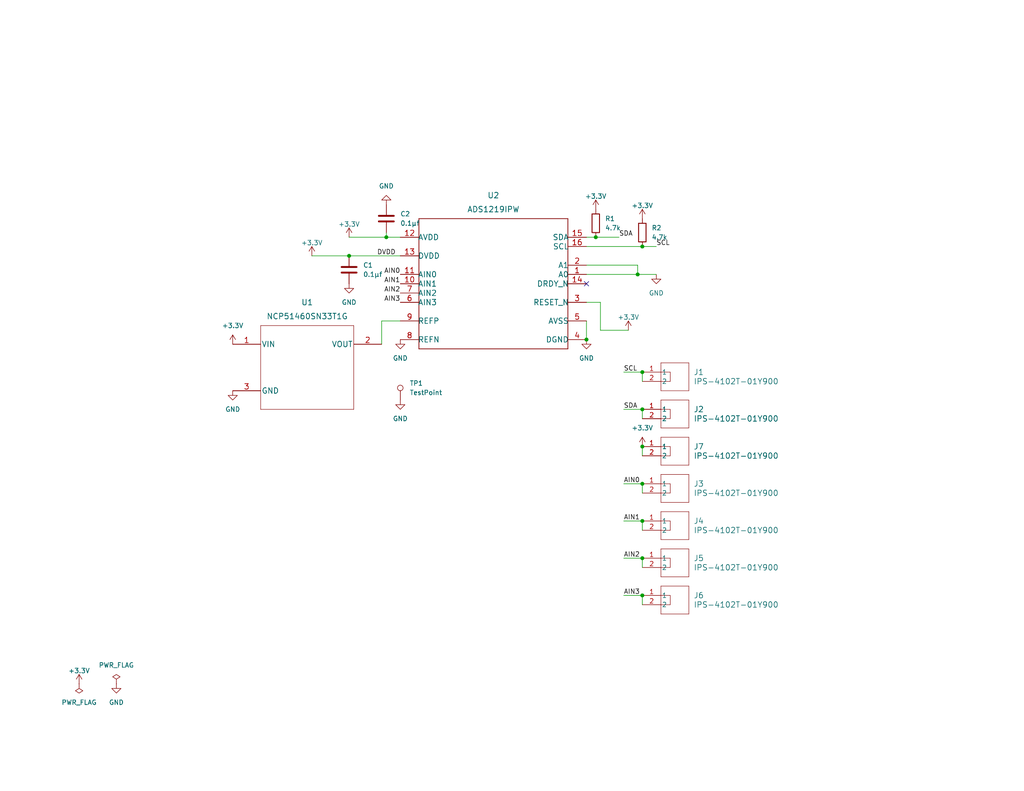
<source format=kicad_sch>
(kicad_sch (version 20230121) (generator eeschema)
  (paper "A")
  (title_block (title "ADS1219 Breakout") (date "2022-07-17") (rev "4") (company "BecauseImclever.com"))
  (lib_symbols
    (symbol "+3.3V_1" (power) (pin_names (offset 0))
      (property "Value" "+3.3V_1" (at 0 3.556 0))
      (symbol "+3.3V_1_0_1"
        (polyline (pts (xy -0.762 1.27) (xy 0 2.54)))
        (polyline (pts (xy 0 0) (xy 0 2.54)))
        (polyline (pts (xy 0 2.54) (xy 0.762 1.27)))
      )
      (symbol "+3.3V_1_1_1"
        (pin power_in line (at 0 0 90) (length 0) hide (name "+3.3V") (number "1"))
      )
    )
    (symbol "ADS1219:ADS1219IPW" (pin_names (offset -0.254))
      (property "Reference" "U" (at 0 2.54 0))
      (property "Value" "ADS1219IPW" (at 0 0 0))
      (symbol "ADS1219IPW_1_1"
        (polyline (pts (xy -20.32 -17.78) (xy 20.32 -17.78)) (stroke (width 0.2032)))
        (polyline (pts (xy -20.32 17.78) (xy -20.32 -17.78)) (stroke (width 0.2032)))
        (polyline (pts (xy 20.32 -17.78) (xy 20.32 17.78)) (stroke (width 0.2032)))
        (polyline (pts (xy 20.32 17.78) (xy -20.32 17.78)) (stroke (width 0.2032)))
        (pin input line (at 25.4 2.54 180) (length 5.08) (name "A0") (number "1"))
        (pin input line (at -25.4 0 0) (length 5.08) (name "AIN1") (number "10"))
        (pin input line (at -25.4 2.54 0) (length 5.08) (name "AIN0") (number "11"))
        (pin power_in line (at -25.4 12.7 0) (length 5.08) (name "AVDD") (number "12"))
        (pin power_in line (at -25.4 7.62 0) (length 5.08) (name "DVDD") (number "13"))
        (pin output line (at 25.4 0 180) (length 5.08) (name "DRDY_N") (number "14"))
        (pin bidirectional line (at 25.4 12.7 180) (length 5.08) (name "SDA") (number "15"))
        (pin input line (at 25.4 10.16 180) (length 5.08) (name "SCL") (number "16"))
        (pin input line (at 25.4 5.08 180) (length 5.08) (name "A1") (number "2"))
        (pin input line (at 25.4 -5.08 180) (length 5.08) (name "RESET_N") (number "3"))
        (pin power_in line (at 25.4 -15.24 180) (length 5.08) (name "DGND") (number "4"))
        (pin power_in line (at 25.4 -10.16 180) (length 5.08) (name "AVSS") (number "5"))
        (pin input line (at -25.4 -5.08 0) (length 5.08) (name "AIN3") (number "6"))
        (pin input line (at -25.4 -2.54 0) (length 5.08) (name "AIN2") (number "7"))
        (pin input line (at -25.4 -15.24 0) (length 5.08) (name "REFN") (number "8"))
        (pin input line (at -25.4 -10.16 0) (length 5.08) (name "REFP") (number "9"))
      )
    )
    (symbol "CompressionConnectors:IPS-4102T-01Y900" (pin_names (offset 0.254))
      (property "Reference" "J" (at 8.89 6.35 0))
      (property "Value" "IPS-4102T-01Y900" (at 0 0 0))
      (symbol "IPS-4102T-01Y900_1_1"
        (polyline (pts (xy 5.08 -5.08) (xy 12.7 -5.08)) (stroke (width 0.127)))
        (polyline (pts (xy 5.08 -2.54) (xy 7.62 -2.54)) (stroke (width 0.127)))
        (polyline (pts (xy 5.08 0) (xy 7.62 0)) (stroke (width 0.127)))
        (polyline (pts (xy 5.08 2.54) (xy 5.08 -5.08)) (stroke (width 0.127)))
        (polyline (pts (xy 7.62 -2.54) (xy 7.62 0)) (stroke (width 0.127)))
        (polyline (pts (xy 12.7 -5.08) (xy 12.7 2.54)) (stroke (width 0.127)))
        (polyline (pts (xy 12.7 2.54) (xy 5.08 2.54)) (stroke (width 0.127)))
        (pin passive line (at 0 0 0) (length 5.08) (name "1") (number "1"))
        (pin passive line (at 0 -2.54 0) (length 5.08) (name "2") (number "2"))
      )
      (symbol "IPS-4102T-01Y900_1_2"
        (polyline (pts (xy 5.08 -5.08) (xy 12.7 -5.08)) (stroke (width 0.127)))
        (polyline (pts (xy 5.08 -2.54) (xy 7.62 -2.54)) (stroke (width 0.127)))
        (polyline (pts (xy 5.08 0) (xy 7.62 0)) (stroke (width 0.127)))
        (polyline (pts (xy 5.08 2.54) (xy 5.08 -5.08)) (stroke (width 0.127)))
        (polyline (pts (xy 7.62 -2.54) (xy 7.62 0)) (stroke (width 0.127)))
        (polyline (pts (xy 12.7 -5.08) (xy 12.7 2.54)) (stroke (width 0.127)))
        (polyline (pts (xy 12.7 2.54) (xy 5.08 2.54)) (stroke (width 0.127)))
        (pin passive line (at 0 0 0) (length 5.08) (name "1") (number "1"))
        (pin passive line (at 0 -2.54 0) (length 5.08) (name "2") (number "2"))
      )
    )
    (symbol "Connector:TestPoint" (pin_numbers hide) (pin_names (offset 0.762) hide)
      (property "Reference" "TP" (at 0 6.858 0))
      (property "Value" "TestPoint" (at 0 5.08 0))
      (symbol "TestPoint_0_1"
        (circle (center 0 3.302) (radius 0.762))
      )
      (symbol "TestPoint_1_1"
        (pin passive line (at 0 0 90) (length 2.54) (name "1") (number "1"))
      )
    )
    (symbol "Device:C" (pin_numbers hide) (pin_names (offset 0.254))
      (property "Reference" "C" (at 0.635 2.54 0))
      (property "Value" "C" (at 0.635 -2.54 0))
      (symbol "C_0_1"
        (polyline (pts (xy -2.032 -0.762) (xy 2.032 -0.762)) (stroke (width 0.508)))
        (polyline (pts (xy -2.032 0.762) (xy 2.032 0.762)) (stroke (width 0.508)))
      )
      (symbol "C_1_1"
        (pin passive line (at 0 3.81 270) (length 2.794) (name "~") (number "1"))
        (pin passive line (at 0 -3.81 90) (length 2.794) (name "~") (number "2"))
      )
    )
    (symbol "Device:R" (pin_numbers hide) (pin_names (offset 0))
      (property "Reference" "R" (at 2.032 0 90))
      (property "Value" "R" (at 0 0 90))
      (symbol "R_0_1"
        (rectangle (start -1.016 -2.54) (end 1.016 2.54) (stroke (width 0.254)))
      )
      (symbol "R_1_1"
        (pin passive line (at 0 3.81 270) (length 1.27) (name "~") (number "1"))
        (pin passive line (at 0 -3.81 90) (length 1.27) (name "~") (number "2"))
      )
    )
    (symbol "GND_1" (power) (pin_names (offset 0))
      (property "Value" "GND_1" (at 0 -3.81 0))
      (symbol "GND_1_0_1"
        (polyline (pts (xy 0 0) (xy 0 -1.27) (xy 1.27 -1.27) (xy 0 -2.54) (xy -1.27 -1.27) (xy 0 -1.27)))
      )
      (symbol "GND_1_1_1"
        (pin power_in line (at 0 0 270) (length 0) hide (name "GND") (number "1"))
      )
    )
    (symbol "NCP51460SN33T1G:NCP51460SN33T1G" (pin_names (offset 0.254))
      (property "Reference" "U" (at 20.32 10.16 0))
      (property "Value" "NCP51460SN33T1G" (at 20.32 7.62 0))
      (symbol "NCP51460SN33T1G_1_1"
        (polyline (pts (xy 7.62 -17.78) (xy 33.02 -17.78)) (stroke (width 0.127)))
        (polyline (pts (xy 7.62 5.08) (xy 7.62 -17.78)) (stroke (width 0.127)))
        (polyline (pts (xy 33.02 -17.78) (xy 33.02 5.08)) (stroke (width 0.127)))
        (polyline (pts (xy 33.02 5.08) (xy 7.62 5.08)) (stroke (width 0.127)))
        (pin input line (at 0 0 0) (length 7.62) (name "VIN") (number "1"))
        (pin output line (at 40.64 0 180) (length 7.62) (name "VOUT") (number "2"))
        (pin power_in line (at 0 -12.7 0) (length 7.62) (name "GND") (number "3"))
      )
    )
    (symbol "power:+3.3V" (power) (pin_names (offset 0))
      (property "Value" "+3.3V" (at 0 3.556 0))
      (symbol "+3.3V_0_1"
        (polyline (pts (xy -0.762 1.27) (xy 0 2.54)))
        (polyline (pts (xy 0 0) (xy 0 2.54)))
        (polyline (pts (xy 0 2.54) (xy 0.762 1.27)))
      )
      (symbol "+3.3V_1_1"
        (pin power_in line (at 0 0 90) (length 0) hide (name "+3.3V") (number "1"))
      )
    )
    (symbol "power:GND" (power) (pin_names (offset 0))
      (property "Value" "GND" (at 0 -3.81 0))
      (symbol "GND_0_1"
        (polyline (pts (xy 0 0) (xy 0 -1.27) (xy 1.27 -1.27) (xy 0 -2.54) (xy -1.27 -1.27) (xy 0 -1.27)))
      )
      (symbol "GND_1_1"
        (pin power_in line (at 0 0 270) (length 0) hide (name "GND") (number "1"))
      )
    )
    (symbol "power:PWR_FLAG" (power) (pin_numbers hide) (pin_names (offset 0) hide)
      (property "Value" "PWR_FLAG" (at 0 3.81 0))
      (symbol "PWR_FLAG_0_0"
        (pin power_out line (at 0 0 90) (length 0) (name "pwr") (number "1"))
      )
      (symbol "PWR_FLAG_0_1"
        (polyline (pts (xy 0 0) (xy 0 1.27) (xy -1.016 1.905) (xy 0 2.54) (xy 1.016 1.905) (xy 0 1.27)))
      )
    )
  )
  (junction (at 162.56 64.77))
  (junction (at 105.41 64.77))
  (junction (at 175.26 121.92))
  (junction (at 175.26 132.08))
  (junction (at 173.99 74.93))
  (junction (at 175.26 101.6))
  (junction (at 175.26 152.4))
  (junction (at 160.02 92.71))
  (junction (at 175.26 111.76))
  (junction (at 175.26 162.56))
  (junction (at 95.25 69.85))
  (junction (at 175.26 67.31))
  (junction (at 175.26 142.24))
  (no_connect (at 160.02 77.47))
  (wire (pts (xy 175.26 142.24) (xy 175.26 144.78)))
  (wire (pts (xy 170.18 162.56) (xy 175.26 162.56)))
  (wire (pts (xy 160.02 82.55) (xy 163.83 82.55)))
  (wire (pts (xy 163.83 90.17) (xy 171.45 90.17)))
  (wire (pts (xy 95.25 69.85) (xy 109.22 69.85)))
  (wire (pts (xy 170.18 152.4) (xy 175.26 152.4)))
  (wire (pts (xy 170.18 132.08) (xy 175.26 132.08)))
  (wire (pts (xy 105.41 64.77) (xy 109.22 64.77)))
  (wire (pts (xy 175.26 111.76) (xy 175.26 114.3)))
  (wire (pts (xy 160.02 74.93) (xy 173.99 74.93)))
  (wire (pts (xy 175.26 121.92) (xy 175.26 124.46)))
  (wire (pts (xy 160.02 72.39) (xy 173.99 72.39)))
  (wire (pts (xy 168.91 64.77) (xy 162.56 64.77)))
  (wire (pts (xy 175.26 101.6) (xy 175.26 104.14)))
  (wire (pts (xy 104.14 93.98) (xy 104.14 87.63)))
  (wire (pts (xy 175.26 67.31) (xy 160.02 67.31)))
  (wire (pts (xy 85.09 69.85) (xy 95.25 69.85)))
  (wire (pts (xy 170.18 142.24) (xy 175.26 142.24)))
  (wire (pts (xy 173.99 74.93) (xy 179.07 74.93)))
  (wire (pts (xy 173.99 72.39) (xy 173.99 74.93)))
  (wire (pts (xy 95.25 64.77) (xy 105.41 64.77)))
  (wire (pts (xy 175.26 132.08) (xy 175.26 134.62)))
  (wire (pts (xy 170.18 111.76) (xy 175.26 111.76)))
  (wire (pts (xy 175.26 152.4) (xy 175.26 154.94)))
  (wire (pts (xy 104.14 87.63) (xy 109.22 87.63)))
  (wire (pts (xy 162.56 64.77) (xy 160.02 64.77)))
  (wire (pts (xy 105.41 63.5) (xy 105.41 64.77)))
  (wire (pts (xy 179.07 67.31) (xy 175.26 67.31)))
  (wire (pts (xy 175.26 162.56) (xy 175.26 165.1)))
  (wire (pts (xy 170.18 101.6) (xy 175.26 101.6)))
  (wire (pts (xy 160.02 87.63) (xy 160.02 92.71)))
  (wire (pts (xy 163.83 82.55) (xy 163.83 90.17)))
  (label "AIN1" (at 170.18 142.24 0))
  (label "AIN0" (at 109.22 74.93 180))
  (label "AIN3" (at 109.22 82.55 180))
  (label "AIN3" (at 170.18 162.56 0))
  (label "AIN0" (at 170.18 132.08 0))
  (label "SDA" (at 168.91 64.77 0))
  (label "SDA" (at 170.18 111.76 0))
  (label "SCL" (at 179.07 67.31 0))
  (label "AIN2" (at 109.22 80.01 180))
  (label "SCL" (at 170.18 101.6 0))
  (label "AIN1" (at 109.22 77.47 180))
  (label "AIN2" (at 170.18 152.4 0))
  (label "DVDD" (at 102.87 69.85 0))
  (symbol (lib_id "ADS1219:ADS1219IPW") (at 134.62 77.47 0) (unit 1)
    (property "Reference" "U2" (at 134.62 53.34 0) (effects (font (size 1.524 1.524))))
    (property "Value" "ADS1219IPW" (at 134.62 57.15 0) (effects (font (size 1.524 1.524))))
    (property "Footprint" "ADS1219:ADS1219IPW" (effects hide))
  )
  (symbol (lib_id "power:+3.3V") (at 175.26 59.69 0) (unit 1)
    (property "Reference" "#PWR013" (effects hide))
    (property "Value" "+3.3V" (at 175.26 56.134 0))
  )
  (symbol (lib_id "CompressionConnectors:IPS-4102T-01Y900") (at 175.26 162.56 0) (unit 1)
    (property "Reference" "J6" (at 189.23 162.56 0) (effects (font (size 1.524 1.524)) (justify left)))
    (property "Value" "IPS-4102T-01Y900" (at 189.23 165.1 0) (effects (font (size 1.524 1.524)) (justify left)))
    (property "Footprint" "CompressionConnectors:CONN2_IPS-4102T_IRE" (effects hide))
    (property "Datasheet" "IPS-4102T-01Y900" (effects hide))
  )
  (symbol (lib_id "power:+3.3V") (at 85.09 69.85 0) (unit 1)
    (property "Reference" "#PWR05" (effects hide))
    (property "Value" "+3.3V" (at 85.09 66.294 0))
  )
  (symbol (lib_id "power:GND") (at 63.5 106.68 0) (unit 1)
    (property "Reference" "#PWR04" (effects hide))
    (property "Value" "GND" (at 63.5 111.76 0))
  )
  (symbol (lib_id "power:+3.3V") (at 63.5 93.98 0) (unit 1)
    (property "Reference" "#PWR03" (effects hide))
    (property "Value" "+3.3V" (at 63.5 88.9 0))
  )
  (symbol (lib_id "Device:C") (at 105.41 59.69 180) (unit 1)
    (property "Reference" "C2" (at 109.22 58.4199 0) (effects (justify right)))
    (property "Value" "0.1μf" (at 109.22 60.9599 0) (effects (justify right)))
    (property "Footprint" "Capacitor_SMD:C_0805_2012Metric_Pad1.18x1.45mm_HandSolder" (effects hide))
  )
  (symbol (lib_id "NCP51460SN33T1G:NCP51460SN33T1G") (at 63.5 93.98 0) (unit 1)
    (property "Reference" "U1" (at 83.82 82.55 0) (effects (font (size 1.524 1.524))))
    (property "Value" "NCP51460SN33T1G" (at 83.82 86.36 0) (effects (font (size 1.524 1.524))))
    (property "Footprint" "NCP51460SN33T1G:NCP51460SN33T1G" (effects hide))
  )
  (symbol (lib_id "power:GND") (at 31.75 186.69 0) (unit 1)
    (property "Reference" "#PWR02" (effects hide))
    (property "Value" "GND" (at 31.75 191.77 0))
  )
  (symbol (lib_id "power:GND") (at 109.22 92.71 0) (unit 1)
    (property "Reference" "#PWR09" (effects hide))
    (property "Value" "GND" (at 109.22 97.79 0))
  )
  (symbol (lib_id "power:PWR_FLAG") (at 21.59 186.69 180) (unit 1)
    (property "Reference" "#FLG01" (effects hide))
    (property "Value" "PWR_FLAG" (at 21.59 191.77 0))
  )
  (symbol (lib_id "power:GND") (at 95.25 77.47 0) (unit 1)
    (property "Reference" "#PWR07" (effects hide))
    (property "Value" "GND" (at 95.25 82.55 0))
  )
  (symbol (lib_id "Device:R") (at 162.56 60.96 0) (unit 1)
    (property "Reference" "R1" (at 165.1 59.6899 0) (effects (justify left)))
    (property "Value" "4.7k" (at 165.1 62.2299 0) (effects (justify left)))
    (property "Footprint" "Resistor_SMD:R_0805_2012Metric_Pad1.20x1.40mm_HandSolder" (effects hide))
  )
  (symbol (lib_id "power:GND") (at 179.07 74.93 0) (unit 1)
    (property "Reference" "#PWR015" (effects hide))
    (property "Value" "GND" (at 179.07 80.01 0))
  )
  (symbol (lib_id "power:GND") (at 160.02 92.71 0) (unit 1)
    (property "Reference" "#PWR010" (effects hide))
    (property "Value" "GND" (at 160.02 97.79 0))
  )
  (symbol (lib_id "power:PWR_FLAG") (at 31.75 186.69 0) (unit 1)
    (property "Reference" "#FLG02" (effects hide))
    (property "Value" "PWR_FLAG" (at 31.75 181.61 0))
  )
  (symbol (lib_id "power:GND") (at 105.41 55.88 180) (unit 1)
    (property "Reference" "#PWR08" (effects hide))
    (property "Value" "GND" (at 105.41 50.8 0))
  )
  (symbol (lib_id "CompressionConnectors:IPS-4102T-01Y900") (at 175.26 101.6 0) (unit 1)
    (property "Reference" "J1" (at 189.23 101.6 0) (effects (font (size 1.524 1.524)) (justify left)))
    (property "Value" "IPS-4102T-01Y900" (at 189.23 104.14 0) (effects (font (size 1.524 1.524)) (justify left)))
    (property "Footprint" "CompressionConnectors:CONN2_IPS-4102T_IRE" (effects hide))
    (property "Datasheet" "IPS-4102T-01Y900" (effects hide))
  )
  (symbol (lib_id "CompressionConnectors:IPS-4102T-01Y900") (at 175.26 121.92 0) (unit 1)
    (property "Reference" "J7" (at 189.23 121.92 0) (effects (font (size 1.524 1.524)) (justify left)))
    (property "Value" "IPS-4102T-01Y900" (at 189.23 124.46 0) (effects (font (size 1.524 1.524)) (justify left)))
    (property "Footprint" "CompressionConnectors:CONN2_IPS-4102T_IRE" (effects hide))
    (property "Datasheet" "IPS-4102T-01Y900" (effects hide))
  )
  (symbol (lib_id "power:+3.3V") (at 21.59 186.69 0) (unit 1)
    (property "Reference" "#PWR01" (effects hide))
    (property "Value" "+3.3V" (at 21.59 183.134 0))
  )
  (symbol (lib_id "power:+3.3V") (at 171.45 90.17 0) (unit 1)
    (property "Reference" "#PWR012" (effects hide))
    (property "Value" "+3.3V" (at 171.45 86.614 0))
  )
  (symbol (lib_id "Connector:TestPoint") (at 109.22 109.22 0) (unit 1)
    (property "Reference" "TP1" (at 111.76 104.648 0) (effects (justify left)))
    (property "Value" "TestPoint" (at 111.76 107.188 0) (effects (justify left)))
    (property "Footprint" "TestPoint:TestPoint_Pad_D4.0mm" (effects hide))
  )
  (symbol (lib_id "power:+3.3V") (at 162.56 57.15 0) (unit 1)
    (property "Reference" "#PWR011" (effects hide))
    (property "Value" "+3.3V" (at 162.56 53.594 0))
  )
  (symbol (lib_id "CompressionConnectors:IPS-4102T-01Y900") (at 175.26 111.76 0) (unit 1)
    (property "Reference" "J2" (at 189.23 111.76 0) (effects (font (size 1.524 1.524)) (justify left)))
    (property "Value" "IPS-4102T-01Y900" (at 189.23 114.3 0) (effects (font (size 1.524 1.524)) (justify left)))
    (property "Footprint" "CompressionConnectors:CONN2_IPS-4102T_IRE" (effects hide))
    (property "Datasheet" "IPS-4102T-01Y900" (effects hide))
  )
  (symbol (lib_name "+3.3V_1") (lib_id "power:+3.3V") (at 175.26 121.92 0) (unit 1)
    (property "Reference" "#PWR014" (effects hide))
    (property "Value" "+3.3V" (at 175.26 116.84 0))
  )
  (symbol (lib_id "Device:C") (at 95.25 73.66 180) (unit 1)
    (property "Reference" "C1" (at 99.06 72.3899 0) (effects (justify right)))
    (property "Value" "0.1μf" (at 99.06 74.9299 0) (effects (justify right)))
    (property "Footprint" "Capacitor_SMD:C_0805_2012Metric_Pad1.18x1.45mm_HandSolder" (effects hide))
  )
  (symbol (lib_name "GND_1") (lib_id "power:GND") (at 109.22 109.22 0) (unit 1)
    (property "Reference" "#PWR016" (effects hide))
    (property "Value" "GND" (at 109.22 114.3 0))
  )
  (symbol (lib_id "power:+3.3V") (at 95.25 64.77 0) (unit 1)
    (property "Reference" "#PWR06" (effects hide))
    (property "Value" "+3.3V" (at 95.25 61.214 0))
  )
  (symbol (lib_id "CompressionConnectors:IPS-4102T-01Y900") (at 175.26 132.08 0) (unit 1)
    (property "Reference" "J3" (at 189.23 132.08 0) (effects (font (size 1.524 1.524)) (justify left)))
    (property "Value" "IPS-4102T-01Y900" (at 189.23 134.62 0) (effects (font (size 1.524 1.524)) (justify left)))
    (property "Footprint" "CompressionConnectors:CONN2_IPS-4102T_IRE" (effects hide))
    (property "Datasheet" "IPS-4102T-01Y900" (effects hide))
  )
  (symbol (lib_id "CompressionConnectors:IPS-4102T-01Y900") (at 175.26 142.24 0) (unit 1)
    (property "Reference" "J4" (at 189.23 142.24 0) (effects (font (size 1.524 1.524)) (justify left)))
    (property "Value" "IPS-4102T-01Y900" (at 189.23 144.78 0) (effects (font (size 1.524 1.524)) (justify left)))
    (property "Footprint" "CompressionConnectors:CONN2_IPS-4102T_IRE" (effects hide))
    (property "Datasheet" "IPS-4102T-01Y900" (effects hide))
  )
  (symbol (lib_id "CompressionConnectors:IPS-4102T-01Y900") (at 175.26 152.4 0) (unit 1)
    (property "Reference" "J5" (at 189.23 152.4 0) (effects (font (size 1.524 1.524)) (justify left)))
    (property "Value" "IPS-4102T-01Y900" (at 189.23 154.94 0) (effects (font (size 1.524 1.524)) (justify left)))
    (property "Footprint" "CompressionConnectors:CONN2_IPS-4102T_IRE" (effects hide))
    (property "Datasheet" "IPS-4102T-01Y900" (effects hide))
  )
  (symbol (lib_id "Device:R") (at 175.26 63.5 0) (unit 1)
    (property "Reference" "R2" (at 177.8 62.2299 0) (effects (justify left)))
    (property "Value" "4.7k" (at 177.8 64.7699 0) (effects (justify left)))
    (property "Footprint" "Resistor_SMD:R_0805_2012Metric_Pad1.20x1.40mm_HandSolder" (effects hide))
  )
)
</source>
